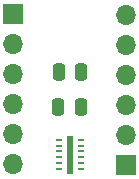
<source format=gbr>
%TF.GenerationSoftware,KiCad,Pcbnew,8.0.4-8.0.4-0~ubuntu24.04.1*%
%TF.CreationDate,2024-09-19T11:22:10+09:00*%
%TF.ProjectId,DRV8835,44525638-3833-4352-9e6b-696361645f70,rev?*%
%TF.SameCoordinates,Original*%
%TF.FileFunction,Soldermask,Top*%
%TF.FilePolarity,Negative*%
%FSLAX46Y46*%
G04 Gerber Fmt 4.6, Leading zero omitted, Abs format (unit mm)*
G04 Created by KiCad (PCBNEW 8.0.4-8.0.4-0~ubuntu24.04.1) date 2024-09-19 11:22:10*
%MOMM*%
%LPD*%
G01*
G04 APERTURE LIST*
G04 Aperture macros list*
%AMRoundRect*
0 Rectangle with rounded corners*
0 $1 Rounding radius*
0 $2 $3 $4 $5 $6 $7 $8 $9 X,Y pos of 4 corners*
0 Add a 4 corners polygon primitive as box body*
4,1,4,$2,$3,$4,$5,$6,$7,$8,$9,$2,$3,0*
0 Add four circle primitives for the rounded corners*
1,1,$1+$1,$2,$3*
1,1,$1+$1,$4,$5*
1,1,$1+$1,$6,$7*
1,1,$1+$1,$8,$9*
0 Add four rect primitives between the rounded corners*
20,1,$1+$1,$2,$3,$4,$5,0*
20,1,$1+$1,$4,$5,$6,$7,0*
20,1,$1+$1,$6,$7,$8,$9,0*
20,1,$1+$1,$8,$9,$2,$3,0*%
G04 Aperture macros list end*
%ADD10C,0.010000*%
%ADD11RoundRect,0.250000X-0.250000X-0.475000X0.250000X-0.475000X0.250000X0.475000X-0.250000X0.475000X0*%
%ADD12R,1.700000X1.700000*%
%ADD13O,1.700000X1.700000*%
%ADD14RoundRect,0.062500X-0.187500X-0.062500X0.187500X-0.062500X0.187500X0.062500X-0.187500X0.062500X0*%
G04 APERTURE END LIST*
D10*
%TO.C,U1*%
X161495000Y-75870000D02*
X161005000Y-75870000D01*
X161005000Y-75430000D01*
X161495000Y-75430000D01*
X161495000Y-75870000D01*
G36*
X161495000Y-75870000D02*
G01*
X161005000Y-75870000D01*
X161005000Y-75430000D01*
X161495000Y-75430000D01*
X161495000Y-75870000D01*
G37*
X161495000Y-78570000D02*
X161005000Y-78570000D01*
X161005000Y-78130000D01*
X161495000Y-78130000D01*
X161495000Y-78570000D01*
G36*
X161495000Y-78570000D02*
G01*
X161005000Y-78570000D01*
X161005000Y-78130000D01*
X161495000Y-78130000D01*
X161495000Y-78570000D01*
G37*
X161450000Y-78100000D02*
X161050000Y-78100000D01*
X161050000Y-75900000D01*
X161450000Y-75900000D01*
X161450000Y-78100000D01*
G36*
X161450000Y-78100000D02*
G01*
X161050000Y-78100000D01*
X161050000Y-75900000D01*
X161450000Y-75900000D01*
X161450000Y-78100000D01*
G37*
%TD*%
D11*
%TO.C,C1*%
X160350000Y-70000000D03*
X162250000Y-70000000D03*
%TD*%
D12*
%TO.C,J2*%
X156500000Y-65150000D03*
D13*
X156500000Y-67690000D03*
X156500000Y-70230000D03*
X156500000Y-72770000D03*
X156500000Y-75310000D03*
X156500000Y-77850000D03*
%TD*%
D11*
%TO.C,C2*%
X160300000Y-73000000D03*
X162200000Y-73000000D03*
%TD*%
D14*
%TO.C,U1*%
X160325000Y-75750000D03*
X160325000Y-76250000D03*
X160325000Y-76750000D03*
X160325000Y-77250000D03*
X160325000Y-77750000D03*
X160325000Y-78250000D03*
X162200000Y-78250000D03*
X162200000Y-77750000D03*
X162200000Y-77250000D03*
X162200000Y-76750000D03*
X162200000Y-76250000D03*
X162200000Y-75755000D03*
%TD*%
D12*
%TO.C,J1*%
X166000000Y-77870000D03*
D13*
X166000000Y-75330000D03*
X166000000Y-72790000D03*
X166000000Y-70250000D03*
X166000000Y-67710000D03*
X166000000Y-65170000D03*
%TD*%
M02*

</source>
